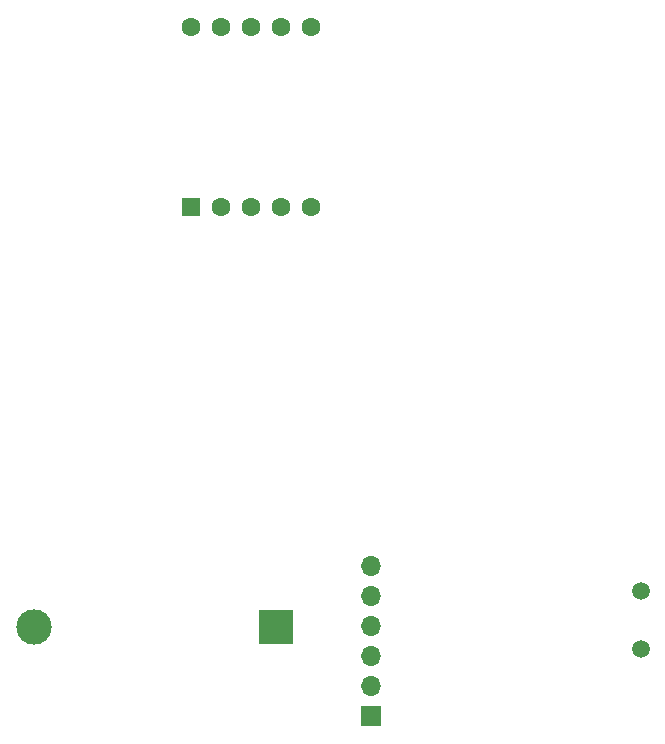
<source format=gbr>
%TF.GenerationSoftware,KiCad,Pcbnew,(6.0.10)*%
%TF.CreationDate,2023-06-10T20:41:06+09:00*%
%TF.ProjectId,BaeRNG_V1,42616552-4e47-45f5-9631-2e6b69636164,rev?*%
%TF.SameCoordinates,Original*%
%TF.FileFunction,Soldermask,Bot*%
%TF.FilePolarity,Negative*%
%FSLAX46Y46*%
G04 Gerber Fmt 4.6, Leading zero omitted, Abs format (unit mm)*
G04 Created by KiCad (PCBNEW (6.0.10)) date 2023-06-10 20:41:06*
%MOMM*%
%LPD*%
G01*
G04 APERTURE LIST*
%ADD10C,3.000000*%
%ADD11R,3.000000X3.000000*%
%ADD12C,1.500000*%
%ADD13R,1.700000X1.700000*%
%ADD14O,1.700000X1.700000*%
%ADD15C,1.600000*%
%ADD16R,1.600000X1.600000*%
G04 APERTURE END LIST*
D10*
%TO.C,BT1*%
X106060001Y-121920001D03*
D11*
X126550001Y-121920001D03*
%TD*%
D12*
%TO.C,Y1*%
X157480000Y-118880000D03*
X157480000Y-123780000D03*
%TD*%
D13*
%TO.C,J1*%
X134620000Y-129510000D03*
D14*
X134620000Y-126970000D03*
X134620000Y-124430000D03*
X134620000Y-121890000D03*
X134620000Y-119350000D03*
X134620000Y-116810000D03*
%TD*%
D15*
%TO.C,U1*%
X119380000Y-71120000D03*
X121920000Y-71120000D03*
X124460000Y-71120000D03*
X127000000Y-71120000D03*
X129540000Y-71120000D03*
X129540000Y-86360000D03*
X127000000Y-86360000D03*
X124460000Y-86360000D03*
X121920000Y-86360000D03*
D16*
X119380000Y-86360000D03*
%TD*%
M02*

</source>
